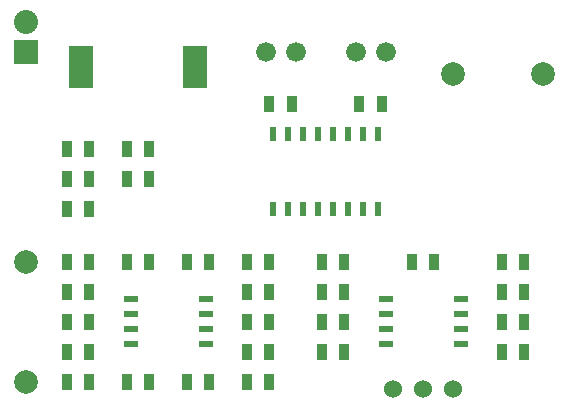
<source format=gts>
%FSLAX46Y46*%
G04 Gerber Fmt 4.6, Leading zero omitted, Abs format (unit mm)*
G04 Created by KiCad (PCBNEW (2014-09-22 BZR 5144)-product) date Sun 26 Oct 2014 02:54:13 PM CET*
%MOMM*%
G01*
G04 APERTURE LIST*
%ADD10C,0.100000*%
%ADD11R,2.032000X2.032000*%
%ADD12O,2.032000X2.032000*%
%ADD13R,0.889000X1.397000*%
%ADD14C,1.998980*%
%ADD15C,1.676400*%
%ADD16R,1.998980X3.599180*%
%ADD17C,1.524000*%
%ADD18C,2.000000*%
%ADD19R,1.143000X0.508000*%
%ADD20R,0.508000X1.143000*%
G04 APERTURE END LIST*
D10*
D11*
X158115000Y-59055000D03*
D12*
X158115000Y-56515000D03*
D13*
X163512500Y-72390000D03*
X161607500Y-72390000D03*
X163512500Y-69850000D03*
X161607500Y-69850000D03*
X198437500Y-76835000D03*
X200342500Y-76835000D03*
X166687500Y-69850000D03*
X168592500Y-69850000D03*
X166687500Y-67310000D03*
X168592500Y-67310000D03*
X198437500Y-81915000D03*
X200342500Y-81915000D03*
X163512500Y-84455000D03*
X161607500Y-84455000D03*
X163512500Y-81915000D03*
X161607500Y-81915000D03*
X161607500Y-79375000D03*
X163512500Y-79375000D03*
X161607500Y-76835000D03*
X163512500Y-76835000D03*
D14*
X158115000Y-76835000D03*
X158115000Y-86995000D03*
D13*
X171767500Y-76835000D03*
X173672500Y-76835000D03*
X176847500Y-86995000D03*
X178752500Y-86995000D03*
X176847500Y-79375000D03*
X178752500Y-79375000D03*
D15*
X178435000Y-59055000D03*
X180975000Y-59055000D03*
X186055000Y-59055000D03*
X188595000Y-59055000D03*
D16*
X172466000Y-60325000D03*
X162814000Y-60325000D03*
D13*
X185102500Y-84455000D03*
X183197500Y-84455000D03*
X183197500Y-81915000D03*
X185102500Y-81915000D03*
X163512500Y-67310000D03*
X161607500Y-67310000D03*
X183197500Y-79375000D03*
X185102500Y-79375000D03*
X183197500Y-76835000D03*
X185102500Y-76835000D03*
X198437500Y-79375000D03*
X200342500Y-79375000D03*
X198437500Y-84455000D03*
X200342500Y-84455000D03*
X161607500Y-86995000D03*
X163512500Y-86995000D03*
X168592500Y-86995000D03*
X166687500Y-86995000D03*
X166687500Y-76835000D03*
X168592500Y-76835000D03*
X192722500Y-76835000D03*
X190817500Y-76835000D03*
X176847500Y-76835000D03*
X178752500Y-76835000D03*
X176847500Y-84455000D03*
X178752500Y-84455000D03*
X173672500Y-86995000D03*
X171767500Y-86995000D03*
X178752500Y-63500000D03*
X180657500Y-63500000D03*
X186372500Y-63500000D03*
X188277500Y-63500000D03*
X176847500Y-81915000D03*
X178752500Y-81915000D03*
D17*
X191770000Y-87630000D03*
X189230000Y-87630000D03*
X194310000Y-87630000D03*
D18*
X201919840Y-60960000D03*
X194320160Y-60960000D03*
D19*
X194945000Y-80010000D03*
X194945000Y-81280000D03*
X194945000Y-82550000D03*
X194945000Y-83820000D03*
X188595000Y-83820000D03*
X188595000Y-82550000D03*
X188595000Y-81280000D03*
X188595000Y-80010000D03*
X173355000Y-80010000D03*
X173355000Y-81280000D03*
X173355000Y-82550000D03*
X173355000Y-83820000D03*
X167005000Y-83820000D03*
X167005000Y-82550000D03*
X167005000Y-81280000D03*
X167005000Y-80010000D03*
D20*
X187960000Y-72390000D03*
X185420000Y-72390000D03*
X184150000Y-72390000D03*
X182880000Y-72390000D03*
X181610000Y-72390000D03*
X180340000Y-72390000D03*
X179070000Y-72390000D03*
X179070000Y-66040000D03*
X180340000Y-66040000D03*
X181610000Y-66040000D03*
X182880000Y-66040000D03*
X184150000Y-66040000D03*
X185420000Y-66040000D03*
X186690000Y-66040000D03*
X187960000Y-66040000D03*
X186690000Y-72390000D03*
M02*

</source>
